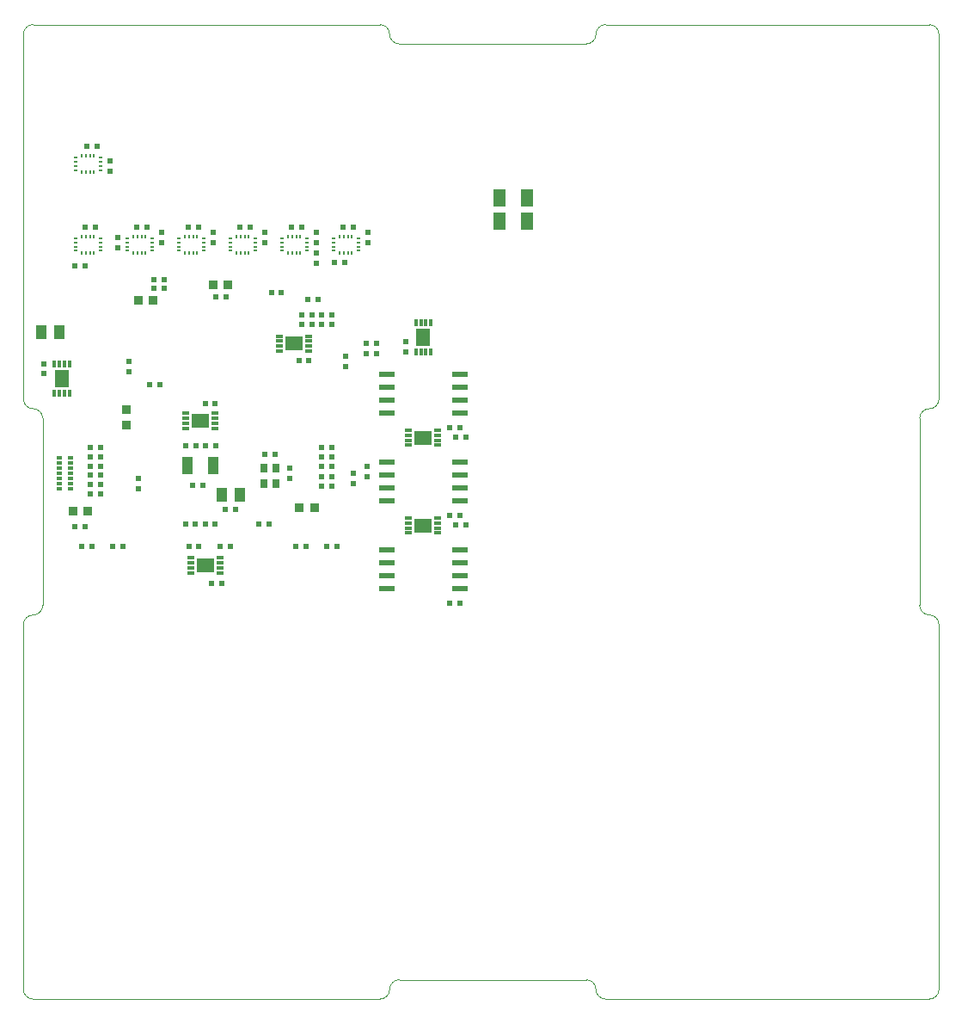
<source format=gbr>
G04 #@! TF.GenerationSoftware,KiCad,Pcbnew,5.1.9*
G04 #@! TF.CreationDate,2021-03-03T13:13:51+01:00*
G04 #@! TF.ProjectId,board_sierra,626f6172-645f-4736-9965-7272612e6b69,v1.1*
G04 #@! TF.SameCoordinates,PX1903cf0PY6c69e80*
G04 #@! TF.FileFunction,Paste,Bot*
G04 #@! TF.FilePolarity,Positive*
%FSLAX46Y46*%
G04 Gerber Fmt 4.6, Leading zero omitted, Abs format (unit mm)*
G04 Created by KiCad (PCBNEW 5.1.9) date 2021-03-03 13:13:51*
%MOMM*%
%LPD*%
G01*
G04 APERTURE LIST*
G04 #@! TA.AperFunction,Profile*
%ADD10C,0.100000*%
G04 #@! TD*
%ADD11R,0.500000X0.300000*%
%ADD12R,0.950000X0.950000*%
%ADD13R,1.100000X1.400000*%
%ADD14R,0.500000X0.600000*%
%ADD15R,1.250000X1.750000*%
%ADD16R,1.600000X0.600000*%
%ADD17R,0.300000X0.750000*%
%ADD18R,1.450000X1.750000*%
%ADD19R,0.750000X0.300000*%
%ADD20R,1.750000X1.450000*%
%ADD21R,0.600000X0.500000*%
%ADD22R,0.225000X0.463000*%
%ADD23R,0.463000X0.225000*%
%ADD24R,0.800000X0.900000*%
%ADD25R,1.000000X1.800000*%
G04 APERTURE END LIST*
D10*
X50355500Y88900000D02*
G75*
G03*
X51308000Y89852500I0J952500D01*
G01*
X31940500Y88900000D02*
X50355500Y88900000D01*
X52260500Y90805000D02*
X84137500Y90805000D01*
X30988000Y89852500D02*
G75*
G03*
X30035500Y90805000I-952500J0D01*
G01*
X30988000Y89852500D02*
G75*
G03*
X31940500Y88900000I952500J0D01*
G01*
X-4127500Y90805000D02*
X30035500Y90805000D01*
X52260500Y90805000D02*
G75*
G03*
X51308000Y89852500I0J-952500D01*
G01*
X52260500Y-5080000D02*
X84137500Y-5080000D01*
X31940500Y-3175000D02*
X50355500Y-3175000D01*
X-4127500Y-5080000D02*
X30035500Y-5080000D01*
X52260500Y-5080000D02*
G75*
G02*
X51308000Y-4127500I0J952500D01*
G01*
X50355500Y-3175000D02*
G75*
G02*
X51308000Y-4127500I0J-952500D01*
G01*
X30988000Y-4127500D02*
G75*
G02*
X31940500Y-3175000I952500J0D01*
G01*
X30988000Y-4127500D02*
G75*
G02*
X30035500Y-5080000I-952500J0D01*
G01*
X84137500Y53009800D02*
G75*
G03*
X83185000Y52057300I0J-952500D01*
G01*
X85090000Y89852500D02*
X85090000Y53962300D01*
X83185000Y52057300D02*
X83185000Y33667700D01*
X85090000Y31762700D02*
X85090000Y-4127500D01*
X83185000Y33667700D02*
G75*
G03*
X84137500Y32715200I952500J0D01*
G01*
X85090000Y31762700D02*
G75*
G03*
X84137500Y32715200I-952500J0D01*
G01*
X84137500Y53009800D02*
G75*
G03*
X85090000Y53962300I0J952500D01*
G01*
X85090000Y-4127500D02*
G75*
G02*
X84137500Y-5080000I-952500J0D01*
G01*
X84137500Y90805000D02*
G75*
G02*
X85090000Y89852500I0J-952500D01*
G01*
X-5080000Y31762700D02*
X-5080000Y-4127500D01*
X-5080000Y89852500D02*
X-5080000Y53962300D01*
X-5080000Y89852500D02*
G75*
G02*
X-4127500Y90805000I952500J0D01*
G01*
X-3175000Y52057300D02*
X-3175000Y33667700D01*
X-4127500Y53009800D02*
G75*
G02*
X-5080000Y53962300I0J952500D01*
G01*
X-4127500Y53009800D02*
G75*
G02*
X-3175000Y52057300I0J-952500D01*
G01*
X-3175000Y33667700D02*
G75*
G02*
X-4127500Y32715200I-952500J0D01*
G01*
X-5080000Y31762700D02*
G75*
G02*
X-4127500Y32715200I952500J0D01*
G01*
X-4127500Y-5080000D02*
G75*
G02*
X-5080000Y-4127500I0J952500D01*
G01*
D11*
G04 #@! TO.C,ESD1*
X-1565000Y48160000D03*
X-1565000Y47660000D03*
X-1565000Y47160000D03*
X-1565000Y46660000D03*
X-1565000Y46160000D03*
X-1565000Y45660000D03*
X-1565000Y45160000D03*
X-415000Y45160000D03*
X-415000Y45660000D03*
X-415000Y46160000D03*
X-415000Y46660000D03*
X-415000Y47160000D03*
X-415000Y47660000D03*
X-415000Y48160000D03*
G04 #@! TD*
D12*
G04 #@! TO.C,C21*
X13615000Y65160000D03*
X15065000Y65160000D03*
G04 #@! TD*
G04 #@! TO.C,C17*
X7665000Y63650000D03*
X6215000Y63650000D03*
G04 #@! TD*
D13*
G04 #@! TO.C,C26*
X-1555000Y60500000D03*
X-3305000Y60500000D03*
G04 #@! TD*
G04 #@! TO.C,C15*
X16205000Y44510000D03*
X14455000Y44510000D03*
G04 #@! TD*
D12*
G04 #@! TO.C,C2*
X23565000Y43240000D03*
X22115000Y43240000D03*
G04 #@! TD*
D14*
G04 #@! TO.C,C42*
X14272000Y39500000D03*
X15272000Y39500000D03*
G04 #@! TD*
G04 #@! TO.C,C41*
X3746000Y39500000D03*
X4746000Y39500000D03*
G04 #@! TD*
D12*
G04 #@! TO.C,R58*
X1233000Y42926000D03*
X-217000Y42926000D03*
G04 #@! TD*
D15*
G04 #@! TO.C,F1*
X44545000Y73720000D03*
X41795000Y73720000D03*
G04 #@! TD*
G04 #@! TO.C,F2*
X44545000Y71470000D03*
X41795000Y71470000D03*
G04 #@! TD*
D14*
G04 #@! TO.C,R40*
X24290000Y61300000D03*
X25290000Y61300000D03*
G04 #@! TD*
G04 #@! TO.C,R24*
X10860000Y41670000D03*
X11860000Y41670000D03*
G04 #@! TD*
G04 #@! TO.C,R29*
X22748000Y39500000D03*
X21748000Y39500000D03*
G04 #@! TD*
G04 #@! TO.C,R28*
X12202000Y39500000D03*
X11202000Y39500000D03*
G04 #@! TD*
G04 #@! TO.C,R27*
X1666000Y39500000D03*
X666000Y39500000D03*
G04 #@! TD*
D16*
G04 #@! TO.C,M4*
X30690000Y55118000D03*
X37890000Y55118000D03*
X37890000Y56388000D03*
X30690000Y52578000D03*
X37890000Y53848000D03*
X37890000Y52578000D03*
X30690000Y53848000D03*
X30690000Y56388000D03*
G04 #@! TD*
G04 #@! TO.C,M6*
X30690000Y37846000D03*
X37890000Y37846000D03*
X37890000Y39116000D03*
X30690000Y35306000D03*
X37890000Y36576000D03*
X37890000Y35306000D03*
X30690000Y36576000D03*
X30690000Y39116000D03*
G04 #@! TD*
G04 #@! TO.C,M5*
X30690000Y46482000D03*
X37890000Y46482000D03*
X37890000Y47752000D03*
X30690000Y43942000D03*
X37890000Y45212000D03*
X37890000Y43942000D03*
X30690000Y45212000D03*
X30690000Y47752000D03*
G04 #@! TD*
D17*
G04 #@! TO.C,TS7*
X-560000Y54550000D03*
X-1060000Y54550000D03*
X-1560000Y54550000D03*
X-2060000Y54550000D03*
X-2060000Y57450000D03*
X-1560000Y57450000D03*
X-1060000Y57450000D03*
X-560000Y57450000D03*
D18*
X-1310000Y56000000D03*
G04 #@! TD*
D19*
G04 #@! TO.C,TS6*
X32840000Y49415000D03*
X32840000Y49915000D03*
X32840000Y50415000D03*
X32840000Y50915000D03*
X35740000Y50915000D03*
X35740000Y50415000D03*
X35740000Y49915000D03*
X35740000Y49415000D03*
D20*
X34290000Y50165000D03*
G04 #@! TD*
D17*
G04 #@! TO.C,TS5*
X33560000Y61510000D03*
X34060000Y61510000D03*
X34560000Y61510000D03*
X35060000Y61510000D03*
X35060000Y58610000D03*
X34560000Y58610000D03*
X34060000Y58610000D03*
X33560000Y58610000D03*
D18*
X34310000Y60060000D03*
G04 #@! TD*
D19*
G04 #@! TO.C,TS4*
X20140000Y58660000D03*
X20140000Y59160000D03*
X20140000Y59660000D03*
X20140000Y60160000D03*
X23040000Y60160000D03*
X23040000Y59660000D03*
X23040000Y59160000D03*
X23040000Y58660000D03*
D20*
X21590000Y59410000D03*
G04 #@! TD*
D19*
G04 #@! TO.C,TS3*
X32840000Y40779000D03*
X32840000Y41279000D03*
X32840000Y41779000D03*
X32840000Y42279000D03*
X35740000Y42279000D03*
X35740000Y41779000D03*
X35740000Y41279000D03*
X35740000Y40779000D03*
D20*
X34290000Y41529000D03*
G04 #@! TD*
D19*
G04 #@! TO.C,TS2*
X10910000Y51060000D03*
X10910000Y51560000D03*
X10910000Y52060000D03*
X10910000Y52560000D03*
X13810000Y52560000D03*
X13810000Y52060000D03*
X13810000Y51560000D03*
X13810000Y51060000D03*
D20*
X12360000Y51810000D03*
G04 #@! TD*
D19*
G04 #@! TO.C,TS1*
X11377000Y36842000D03*
X11377000Y37342000D03*
X11377000Y37842000D03*
X11377000Y38342000D03*
X14277000Y38342000D03*
X14277000Y37842000D03*
X14277000Y37342000D03*
X14277000Y36842000D03*
D20*
X12827000Y37592000D03*
G04 #@! TD*
D12*
G04 #@! TO.C,C19*
X5020000Y51435000D03*
X5020000Y52885000D03*
G04 #@! TD*
D14*
G04 #@! TO.C,R9*
X28720000Y59410000D03*
X29720000Y59410000D03*
G04 #@! TD*
G04 #@! TO.C,R8*
X28720000Y58420000D03*
X29720000Y58420000D03*
G04 #@! TD*
G04 #@! TO.C,C13*
X15830000Y43110000D03*
X14830000Y43110000D03*
G04 #@! TD*
G04 #@! TO.C,R42*
X1490000Y48270000D03*
X2490000Y48270000D03*
G04 #@! TD*
G04 #@! TO.C,C20*
X13840000Y63980000D03*
X14840000Y63980000D03*
G04 #@! TD*
G04 #@! TO.C,R13*
X22950000Y63720000D03*
X23950000Y63720000D03*
G04 #@! TD*
D21*
G04 #@! TO.C,R12*
X28780000Y46330000D03*
X28780000Y47330000D03*
G04 #@! TD*
D14*
G04 #@! TO.C,R7*
X18090000Y41670000D03*
X19090000Y41670000D03*
G04 #@! TD*
G04 #@! TO.C,R6*
X7380000Y55410000D03*
X8380000Y55410000D03*
G04 #@! TD*
D21*
G04 #@! TO.C,R5*
X6230000Y46160000D03*
X6230000Y45160000D03*
G04 #@! TD*
D14*
G04 #@! TO.C,C16*
X8800000Y65730000D03*
X7800000Y65730000D03*
G04 #@! TD*
G04 #@! TO.C,C7*
X8800000Y64830000D03*
X7800000Y64830000D03*
G04 #@! TD*
D21*
G04 #@! TO.C,C6*
X5290000Y56660000D03*
X5290000Y57660000D03*
G04 #@! TD*
G04 #@! TO.C,R20*
X23740000Y67318000D03*
X23740000Y68318000D03*
G04 #@! TD*
D14*
G04 #@! TO.C,R18*
X25570000Y67400000D03*
X26570000Y67400000D03*
G04 #@! TD*
D21*
G04 #@! TO.C,R2*
X4200000Y68850000D03*
X4200000Y69850000D03*
G04 #@! TD*
G04 #@! TO.C,R11*
X3420000Y77390000D03*
X3420000Y76390000D03*
G04 #@! TD*
G04 #@! TO.C,R26*
X13580000Y69350000D03*
X13580000Y70350000D03*
G04 #@! TD*
D14*
G04 #@! TO.C,C35*
X11130000Y70900000D03*
X12130000Y70900000D03*
G04 #@! TD*
D22*
G04 #@! TO.C,AS11*
X12030000Y68331500D03*
X11630000Y68331500D03*
X11230000Y68331500D03*
X10830000Y68331500D03*
D23*
X10211500Y68550000D03*
X10211500Y68950000D03*
X10211500Y69350000D03*
X10211500Y69750000D03*
D22*
X10830000Y69968500D03*
X11230000Y69968500D03*
X11630000Y69968500D03*
X12030000Y69968500D03*
D23*
X12648500Y69750000D03*
X12648500Y69350000D03*
X12648500Y68950000D03*
X12648500Y68550000D03*
G04 #@! TD*
D14*
G04 #@! TO.C,C55*
X18690000Y48540000D03*
X19690000Y48540000D03*
G04 #@! TD*
G04 #@! TO.C,C50*
X13836000Y49388000D03*
X12836000Y49388000D03*
G04 #@! TD*
G04 #@! TO.C,R39*
X24290000Y62260000D03*
X25290000Y62260000D03*
G04 #@! TD*
G04 #@! TO.C,R38*
X23340000Y62260000D03*
X22340000Y62260000D03*
G04 #@! TD*
G04 #@! TO.C,R37*
X23340000Y61300000D03*
X22340000Y61300000D03*
G04 #@! TD*
G04 #@! TO.C,R46*
X1490000Y44660000D03*
X2490000Y44660000D03*
G04 #@! TD*
G04 #@! TO.C,R45*
X1490000Y45570000D03*
X2490000Y45570000D03*
G04 #@! TD*
G04 #@! TO.C,R44*
X1490000Y46470000D03*
X2490000Y46470000D03*
G04 #@! TD*
G04 #@! TO.C,R43*
X1490000Y47370000D03*
X2490000Y47370000D03*
G04 #@! TD*
G04 #@! TO.C,R41*
X1490000Y49170000D03*
X2490000Y49170000D03*
G04 #@! TD*
G04 #@! TO.C,FB2*
X1008000Y41402000D03*
X8000Y41402000D03*
G04 #@! TD*
G04 #@! TO.C,R36*
X24300000Y47310000D03*
X25300000Y47310000D03*
G04 #@! TD*
G04 #@! TO.C,R35*
X24300000Y48250000D03*
X25300000Y48250000D03*
G04 #@! TD*
D24*
G04 #@! TO.C,Y2*
X18590000Y47140000D03*
X18590000Y45640000D03*
X19790000Y45640000D03*
X19790000Y47140000D03*
G04 #@! TD*
D25*
G04 #@! TO.C,Y1*
X11091000Y47448000D03*
X13641000Y47448000D03*
G04 #@! TD*
D21*
G04 #@! TO.C,R4*
X8500000Y69350000D03*
X8500000Y70350000D03*
G04 #@! TD*
D14*
G04 #@! TO.C,R23*
X13810000Y41670000D03*
X12810000Y41670000D03*
G04 #@! TD*
D21*
G04 #@! TO.C,R49*
X18660000Y69350000D03*
X18660000Y70350000D03*
G04 #@! TD*
G04 #@! TO.C,R34*
X23740000Y69350000D03*
X23740000Y70350000D03*
G04 #@! TD*
D14*
G04 #@! TO.C,R32*
X24300000Y45410000D03*
X25300000Y45410000D03*
G04 #@! TD*
G04 #@! TO.C,R31*
X24300000Y46360000D03*
X25300000Y46360000D03*
G04 #@! TD*
G04 #@! TO.C,R30*
X24300000Y49200000D03*
X25300000Y49200000D03*
G04 #@! TD*
D21*
G04 #@! TO.C,R57*
X21140000Y46140000D03*
X21140000Y47140000D03*
G04 #@! TD*
D14*
G04 #@! TO.C,R47*
X12586000Y45508000D03*
X11586000Y45508000D03*
G04 #@! TD*
D21*
G04 #@! TO.C,R21*
X28820000Y69350000D03*
X28820000Y70350000D03*
G04 #@! TD*
D14*
G04 #@! TO.C,R10*
X20000Y67080000D03*
X1020000Y67080000D03*
G04 #@! TD*
G04 #@! TO.C,C4*
X6050000Y70900000D03*
X7050000Y70900000D03*
G04 #@! TD*
D21*
G04 #@! TO.C,C46*
X-3060000Y56450000D03*
X-3060000Y57450000D03*
G04 #@! TD*
D14*
G04 #@! TO.C,C45*
X38490000Y50210000D03*
X37490000Y50210000D03*
G04 #@! TD*
D21*
G04 #@! TO.C,C38*
X32560000Y59610000D03*
X32560000Y58610000D03*
G04 #@! TD*
D14*
G04 #@! TO.C,C37*
X23040000Y57710000D03*
X22040000Y57710000D03*
G04 #@! TD*
G04 #@! TO.C,C36*
X38490000Y41570000D03*
X37490000Y41570000D03*
G04 #@! TD*
G04 #@! TO.C,C33*
X12810000Y53510000D03*
X13810000Y53510000D03*
G04 #@! TD*
G04 #@! TO.C,C32*
X13452000Y35850000D03*
X14452000Y35850000D03*
G04 #@! TD*
G04 #@! TO.C,C54*
X16210000Y70900000D03*
X17210000Y70900000D03*
G04 #@! TD*
G04 #@! TO.C,C43*
X24828000Y39500000D03*
X25828000Y39500000D03*
G04 #@! TD*
G04 #@! TO.C,C48*
X21290000Y70900000D03*
X22290000Y70900000D03*
G04 #@! TD*
G04 #@! TO.C,C40*
X36900000Y33840000D03*
X37900000Y33840000D03*
G04 #@! TD*
G04 #@! TO.C,C39*
X36900000Y42470000D03*
X37900000Y42470000D03*
G04 #@! TD*
G04 #@! TO.C,C44*
X36890000Y51110000D03*
X37890000Y51110000D03*
G04 #@! TD*
G04 #@! TO.C,C49*
X11886000Y49388000D03*
X10886000Y49388000D03*
G04 #@! TD*
G04 #@! TO.C,C31*
X26370000Y70900000D03*
X27370000Y70900000D03*
G04 #@! TD*
D21*
G04 #@! TO.C,C12*
X27380000Y46660000D03*
X27380000Y45660000D03*
G04 #@! TD*
G04 #@! TO.C,C10*
X26610000Y58160000D03*
X26610000Y57160000D03*
G04 #@! TD*
D14*
G04 #@! TO.C,C8*
X19340000Y64440000D03*
X20340000Y64440000D03*
G04 #@! TD*
G04 #@! TO.C,C23*
X1170000Y78840000D03*
X2170000Y78840000D03*
G04 #@! TD*
G04 #@! TO.C,C22*
X970000Y70900000D03*
X1970000Y70900000D03*
G04 #@! TD*
D22*
G04 #@! TO.C,AS2*
X6950000Y68331500D03*
X6550000Y68331500D03*
X6150000Y68331500D03*
X5750000Y68331500D03*
D23*
X5131500Y68550000D03*
X5131500Y68950000D03*
X5131500Y69350000D03*
X5131500Y69750000D03*
D22*
X5750000Y69968500D03*
X6150000Y69968500D03*
X6550000Y69968500D03*
X6950000Y69968500D03*
D23*
X7568500Y69750000D03*
X7568500Y69350000D03*
X7568500Y68950000D03*
X7568500Y68550000D03*
G04 #@! TD*
D22*
G04 #@! TO.C,AS15*
X17110000Y68331500D03*
X16710000Y68331500D03*
X16310000Y68331500D03*
X15910000Y68331500D03*
D23*
X15291500Y68550000D03*
X15291500Y68950000D03*
X15291500Y69350000D03*
X15291500Y69750000D03*
D22*
X15910000Y69968500D03*
X16310000Y69968500D03*
X16710000Y69968500D03*
X17110000Y69968500D03*
D23*
X17728500Y69750000D03*
X17728500Y69350000D03*
X17728500Y68950000D03*
X17728500Y68550000D03*
G04 #@! TD*
D22*
G04 #@! TO.C,AS13*
X22190000Y68331500D03*
X21790000Y68331500D03*
X21390000Y68331500D03*
X20990000Y68331500D03*
D23*
X20371500Y68550000D03*
X20371500Y68950000D03*
X20371500Y69350000D03*
X20371500Y69750000D03*
D22*
X20990000Y69968500D03*
X21390000Y69968500D03*
X21790000Y69968500D03*
X22190000Y69968500D03*
D23*
X22808500Y69750000D03*
X22808500Y69350000D03*
X22808500Y68950000D03*
X22808500Y68550000D03*
G04 #@! TD*
D22*
G04 #@! TO.C,AS9*
X27270000Y68331500D03*
X26870000Y68331500D03*
X26470000Y68331500D03*
X26070000Y68331500D03*
D23*
X25451500Y68550000D03*
X25451500Y68950000D03*
X25451500Y69350000D03*
X25451500Y69750000D03*
D22*
X26070000Y69968500D03*
X26470000Y69968500D03*
X26870000Y69968500D03*
X27270000Y69968500D03*
D23*
X27888500Y69750000D03*
X27888500Y69350000D03*
X27888500Y68950000D03*
X27888500Y68550000D03*
G04 #@! TD*
D22*
G04 #@! TO.C,AS4*
X1870000Y76271500D03*
X1470000Y76271500D03*
X1070000Y76271500D03*
X670000Y76271500D03*
D23*
X51500Y76490000D03*
X51500Y76890000D03*
X51500Y77290000D03*
X51500Y77690000D03*
D22*
X670000Y77908500D03*
X1070000Y77908500D03*
X1470000Y77908500D03*
X1870000Y77908500D03*
D23*
X2488500Y77690000D03*
X2488500Y77290000D03*
X2488500Y76890000D03*
X2488500Y76490000D03*
G04 #@! TD*
D22*
G04 #@! TO.C,AS3*
X1870000Y68331500D03*
X1470000Y68331500D03*
X1070000Y68331500D03*
X670000Y68331500D03*
D23*
X51500Y68550000D03*
X51500Y68950000D03*
X51500Y69350000D03*
X51500Y69750000D03*
D22*
X670000Y69968500D03*
X1070000Y69968500D03*
X1470000Y69968500D03*
X1870000Y69968500D03*
D23*
X2488500Y69750000D03*
X2488500Y69350000D03*
X2488500Y68950000D03*
X2488500Y68550000D03*
G04 #@! TD*
M02*

</source>
